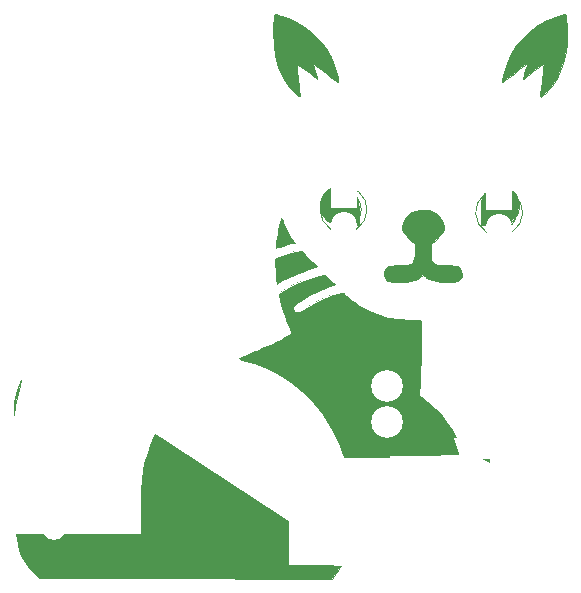
<source format=gbr>
G04 #@! TF.FileFunction,Legend,Top*
%FSLAX46Y46*%
G04 Gerber Fmt 4.6, Leading zero omitted, Abs format (unit mm)*
G04 Created by KiCad (PCBNEW 4.0.7) date 09/18/18 19:10:44*
%MOMM*%
%LPD*%
G01*
G04 APERTURE LIST*
%ADD10C,0.100000*%
%ADD11C,0.010000*%
%ADD12C,0.120000*%
%ADD13C,2.686000*%
%ADD14R,2.200000X2.200000*%
%ADD15C,2.200000*%
%ADD16C,2.000000*%
%ADD17O,2.000000X2.000000*%
%ADD18R,1.797000X1.797000*%
%ADD19C,1.797000*%
G04 APERTURE END LIST*
D10*
D11*
G36*
X130093250Y-129412116D02*
X130110069Y-131300308D01*
X130126889Y-133188500D01*
X132348444Y-133188500D01*
X132865310Y-133189760D01*
X133339581Y-133193344D01*
X133756884Y-133198954D01*
X134102846Y-133206295D01*
X134363095Y-133215069D01*
X134523258Y-133224981D01*
X134570000Y-133234325D01*
X134536171Y-133302936D01*
X134445011Y-133451066D01*
X134312004Y-133654183D01*
X134209243Y-133805825D01*
X133848487Y-134331500D01*
X129399118Y-134315873D01*
X128734932Y-134313643D01*
X127958192Y-134311216D01*
X127083343Y-134308629D01*
X126124830Y-134305918D01*
X125097100Y-134303121D01*
X124014598Y-134300275D01*
X122891770Y-134297418D01*
X121743060Y-134294586D01*
X120582915Y-134291818D01*
X119425780Y-134289150D01*
X118286100Y-134286619D01*
X117178321Y-134284263D01*
X116990979Y-134283876D01*
X109032209Y-134267506D01*
X108479972Y-133712128D01*
X108190728Y-133407917D01*
X107976116Y-133146654D01*
X107810059Y-132893918D01*
X107695721Y-132676958D01*
X107464471Y-132111566D01*
X107282039Y-131490606D01*
X107168432Y-130882197D01*
X107168313Y-130881238D01*
X107123366Y-130521500D01*
X117679000Y-130521500D01*
X117680163Y-128441875D01*
X117683080Y-127730129D01*
X117691914Y-127126270D01*
X117708086Y-126611263D01*
X117733017Y-126166074D01*
X117768126Y-125771669D01*
X117814835Y-125409013D01*
X117874564Y-125059073D01*
X117948734Y-124702815D01*
X117964364Y-124633767D01*
X118050206Y-124301856D01*
X118169266Y-123899303D01*
X118308208Y-123466501D01*
X118453695Y-123043843D01*
X118592391Y-122671720D01*
X118689415Y-122437736D01*
X118853750Y-122069222D01*
X130093250Y-129412116D01*
X130093250Y-129412116D01*
G37*
X130093250Y-129412116D02*
X130110069Y-131300308D01*
X130126889Y-133188500D01*
X132348444Y-133188500D01*
X132865310Y-133189760D01*
X133339581Y-133193344D01*
X133756884Y-133198954D01*
X134102846Y-133206295D01*
X134363095Y-133215069D01*
X134523258Y-133224981D01*
X134570000Y-133234325D01*
X134536171Y-133302936D01*
X134445011Y-133451066D01*
X134312004Y-133654183D01*
X134209243Y-133805825D01*
X133848487Y-134331500D01*
X129399118Y-134315873D01*
X128734932Y-134313643D01*
X127958192Y-134311216D01*
X127083343Y-134308629D01*
X126124830Y-134305918D01*
X125097100Y-134303121D01*
X124014598Y-134300275D01*
X122891770Y-134297418D01*
X121743060Y-134294586D01*
X120582915Y-134291818D01*
X119425780Y-134289150D01*
X118286100Y-134286619D01*
X117178321Y-134284263D01*
X116990979Y-134283876D01*
X109032209Y-134267506D01*
X108479972Y-133712128D01*
X108190728Y-133407917D01*
X107976116Y-133146654D01*
X107810059Y-132893918D01*
X107695721Y-132676958D01*
X107464471Y-132111566D01*
X107282039Y-131490606D01*
X107168432Y-130882197D01*
X107168313Y-130881238D01*
X107123366Y-130521500D01*
X117679000Y-130521500D01*
X117680163Y-128441875D01*
X117683080Y-127730129D01*
X117691914Y-127126270D01*
X117708086Y-126611263D01*
X117733017Y-126166074D01*
X117768126Y-125771669D01*
X117814835Y-125409013D01*
X117874564Y-125059073D01*
X117948734Y-124702815D01*
X117964364Y-124633767D01*
X118050206Y-124301856D01*
X118169266Y-123899303D01*
X118308208Y-123466501D01*
X118453695Y-123043843D01*
X118592391Y-122671720D01*
X118689415Y-122437736D01*
X118853750Y-122069222D01*
X130093250Y-129412116D01*
G36*
X129587626Y-103844026D02*
X129655158Y-103987485D01*
X129735248Y-104185806D01*
X129988670Y-104756038D01*
X130319909Y-105350020D01*
X130701889Y-105919906D01*
X130763198Y-106002083D01*
X130884555Y-106147356D01*
X131085586Y-106369960D01*
X131355221Y-106658376D01*
X131682392Y-107001084D01*
X132056029Y-107386561D01*
X132465064Y-107803289D01*
X132898428Y-108239746D01*
X133247008Y-108587248D01*
X133790210Y-109124415D01*
X134253707Y-109578357D01*
X134646154Y-109957069D01*
X134976207Y-110268546D01*
X135252522Y-110520783D01*
X135483755Y-110721775D01*
X135678562Y-110879517D01*
X135845600Y-111002005D01*
X135903500Y-111040909D01*
X136779823Y-111551271D01*
X137668732Y-111940166D01*
X138585607Y-112212163D01*
X139545826Y-112371832D01*
X140556867Y-112423744D01*
X140896148Y-112425778D01*
X141129424Y-112433413D01*
X141277658Y-112449326D01*
X141361814Y-112476195D01*
X141402852Y-112516696D01*
X141410206Y-112532722D01*
X141416490Y-112616114D01*
X141418330Y-112810711D01*
X141416176Y-113100810D01*
X141410478Y-113470710D01*
X141401686Y-113904709D01*
X141390251Y-114387105D01*
X141376622Y-114902196D01*
X141361249Y-115434282D01*
X141344584Y-115967659D01*
X141327075Y-116486628D01*
X141309172Y-116975485D01*
X141291327Y-117418529D01*
X141273988Y-117800059D01*
X141257607Y-118104373D01*
X141245367Y-118283251D01*
X141205744Y-118776752D01*
X141745497Y-119180034D01*
X142424995Y-119751225D01*
X143055304Y-120405788D01*
X143612469Y-121115523D01*
X144072535Y-121852232D01*
X144165059Y-122028375D01*
X144413917Y-122520500D01*
X147143000Y-122520500D01*
X147143000Y-123504750D01*
X147142034Y-123841629D01*
X147139371Y-124128274D01*
X147135356Y-124343223D01*
X147130338Y-124465013D01*
X147127125Y-124484514D01*
X147065177Y-124458500D01*
X146924854Y-124397151D01*
X146825500Y-124353216D01*
X146706504Y-124301015D01*
X146593829Y-124255095D01*
X146478908Y-124215052D01*
X146353180Y-124180481D01*
X146208080Y-124150976D01*
X146035045Y-124126133D01*
X145825511Y-124105546D01*
X145570914Y-124088809D01*
X145262692Y-124075519D01*
X144892279Y-124065269D01*
X144451114Y-124057655D01*
X143930631Y-124052271D01*
X143322267Y-124048712D01*
X142617460Y-124046574D01*
X141807644Y-124045450D01*
X140884257Y-124044936D01*
X140305842Y-124044761D01*
X134833934Y-124043237D01*
X134692877Y-123615243D01*
X134501110Y-123095159D01*
X134255804Y-122523224D01*
X133979728Y-121949108D01*
X133695649Y-121422478D01*
X133658274Y-121358320D01*
X132980679Y-120329728D01*
X132209037Y-119382277D01*
X131350705Y-118521656D01*
X130413039Y-117753554D01*
X129403398Y-117083663D01*
X128329138Y-116517671D01*
X127197617Y-116061269D01*
X126543997Y-115856322D01*
X126262193Y-115774712D01*
X126088145Y-115717235D01*
X126006655Y-115676230D01*
X126002524Y-115644034D01*
X126060553Y-115612985D01*
X126061000Y-115612809D01*
X126165844Y-115569964D01*
X126367602Y-115486026D01*
X126646227Y-115369389D01*
X126981671Y-115228452D01*
X127353889Y-115071611D01*
X127458000Y-115027666D01*
X128118048Y-114744853D01*
X128673054Y-114497618D01*
X129137615Y-114278926D01*
X129526325Y-114081744D01*
X129853780Y-113899035D01*
X130052355Y-113777271D01*
X130202208Y-113679899D01*
X130300532Y-113597182D01*
X130347639Y-113506392D01*
X130343844Y-113384801D01*
X130289461Y-113209679D01*
X130184804Y-112958299D01*
X130067351Y-112692125D01*
X129825481Y-112085265D01*
X129597206Y-111399588D01*
X129397137Y-110683272D01*
X129239888Y-109984497D01*
X129229227Y-109928842D01*
X129157463Y-109445440D01*
X129103654Y-108871042D01*
X129068623Y-108240492D01*
X129053192Y-107588634D01*
X129058185Y-106950310D01*
X129084424Y-106360365D01*
X129132732Y-105853641D01*
X129132952Y-105851974D01*
X129182549Y-105506769D01*
X129241717Y-105143705D01*
X129306121Y-104784325D01*
X129371424Y-104450174D01*
X129433288Y-104162794D01*
X129487378Y-103943729D01*
X129529358Y-103814523D01*
X129548224Y-103788931D01*
X129587626Y-103844026D01*
X129587626Y-103844026D01*
G37*
X129587626Y-103844026D02*
X129655158Y-103987485D01*
X129735248Y-104185806D01*
X129988670Y-104756038D01*
X130319909Y-105350020D01*
X130701889Y-105919906D01*
X130763198Y-106002083D01*
X130884555Y-106147356D01*
X131085586Y-106369960D01*
X131355221Y-106658376D01*
X131682392Y-107001084D01*
X132056029Y-107386561D01*
X132465064Y-107803289D01*
X132898428Y-108239746D01*
X133247008Y-108587248D01*
X133790210Y-109124415D01*
X134253707Y-109578357D01*
X134646154Y-109957069D01*
X134976207Y-110268546D01*
X135252522Y-110520783D01*
X135483755Y-110721775D01*
X135678562Y-110879517D01*
X135845600Y-111002005D01*
X135903500Y-111040909D01*
X136779823Y-111551271D01*
X137668732Y-111940166D01*
X138585607Y-112212163D01*
X139545826Y-112371832D01*
X140556867Y-112423744D01*
X140896148Y-112425778D01*
X141129424Y-112433413D01*
X141277658Y-112449326D01*
X141361814Y-112476195D01*
X141402852Y-112516696D01*
X141410206Y-112532722D01*
X141416490Y-112616114D01*
X141418330Y-112810711D01*
X141416176Y-113100810D01*
X141410478Y-113470710D01*
X141401686Y-113904709D01*
X141390251Y-114387105D01*
X141376622Y-114902196D01*
X141361249Y-115434282D01*
X141344584Y-115967659D01*
X141327075Y-116486628D01*
X141309172Y-116975485D01*
X141291327Y-117418529D01*
X141273988Y-117800059D01*
X141257607Y-118104373D01*
X141245367Y-118283251D01*
X141205744Y-118776752D01*
X141745497Y-119180034D01*
X142424995Y-119751225D01*
X143055304Y-120405788D01*
X143612469Y-121115523D01*
X144072535Y-121852232D01*
X144165059Y-122028375D01*
X144413917Y-122520500D01*
X147143000Y-122520500D01*
X147143000Y-123504750D01*
X147142034Y-123841629D01*
X147139371Y-124128274D01*
X147135356Y-124343223D01*
X147130338Y-124465013D01*
X147127125Y-124484514D01*
X147065177Y-124458500D01*
X146924854Y-124397151D01*
X146825500Y-124353216D01*
X146706504Y-124301015D01*
X146593829Y-124255095D01*
X146478908Y-124215052D01*
X146353180Y-124180481D01*
X146208080Y-124150976D01*
X146035045Y-124126133D01*
X145825511Y-124105546D01*
X145570914Y-124088809D01*
X145262692Y-124075519D01*
X144892279Y-124065269D01*
X144451114Y-124057655D01*
X143930631Y-124052271D01*
X143322267Y-124048712D01*
X142617460Y-124046574D01*
X141807644Y-124045450D01*
X140884257Y-124044936D01*
X140305842Y-124044761D01*
X134833934Y-124043237D01*
X134692877Y-123615243D01*
X134501110Y-123095159D01*
X134255804Y-122523224D01*
X133979728Y-121949108D01*
X133695649Y-121422478D01*
X133658274Y-121358320D01*
X132980679Y-120329728D01*
X132209037Y-119382277D01*
X131350705Y-118521656D01*
X130413039Y-117753554D01*
X129403398Y-117083663D01*
X128329138Y-116517671D01*
X127197617Y-116061269D01*
X126543997Y-115856322D01*
X126262193Y-115774712D01*
X126088145Y-115717235D01*
X126006655Y-115676230D01*
X126002524Y-115644034D01*
X126060553Y-115612985D01*
X126061000Y-115612809D01*
X126165844Y-115569964D01*
X126367602Y-115486026D01*
X126646227Y-115369389D01*
X126981671Y-115228452D01*
X127353889Y-115071611D01*
X127458000Y-115027666D01*
X128118048Y-114744853D01*
X128673054Y-114497618D01*
X129137615Y-114278926D01*
X129526325Y-114081744D01*
X129853780Y-113899035D01*
X130052355Y-113777271D01*
X130202208Y-113679899D01*
X130300532Y-113597182D01*
X130347639Y-113506392D01*
X130343844Y-113384801D01*
X130289461Y-113209679D01*
X130184804Y-112958299D01*
X130067351Y-112692125D01*
X129825481Y-112085265D01*
X129597206Y-111399588D01*
X129397137Y-110683272D01*
X129239888Y-109984497D01*
X129229227Y-109928842D01*
X129157463Y-109445440D01*
X129103654Y-108871042D01*
X129068623Y-108240492D01*
X129053192Y-107588634D01*
X129058185Y-106950310D01*
X129084424Y-106360365D01*
X129132732Y-105853641D01*
X129132952Y-105851974D01*
X129182549Y-105506769D01*
X129241717Y-105143705D01*
X129306121Y-104784325D01*
X129371424Y-104450174D01*
X129433288Y-104162794D01*
X129487378Y-103943729D01*
X129529358Y-103814523D01*
X129548224Y-103788931D01*
X129587626Y-103844026D01*
G36*
X107487223Y-117515493D02*
X107479794Y-117581144D01*
X107444999Y-117744055D01*
X107388615Y-117978886D01*
X107324330Y-118230227D01*
X107167488Y-118910293D01*
X107027525Y-119683990D01*
X106922000Y-120425000D01*
X106913096Y-120454218D01*
X106909082Y-120372318D01*
X106910113Y-120195091D01*
X106916345Y-119938329D01*
X106917005Y-119917000D01*
X106947426Y-119436601D01*
X107004412Y-118998028D01*
X107064817Y-118710500D01*
X107137333Y-118452758D01*
X107221014Y-118183883D01*
X107306721Y-117929738D01*
X107385311Y-117716184D01*
X107447642Y-117569083D01*
X107484574Y-117514297D01*
X107487223Y-117515493D01*
X107487223Y-117515493D01*
G37*
X107487223Y-117515493D02*
X107479794Y-117581144D01*
X107444999Y-117744055D01*
X107388615Y-117978886D01*
X107324330Y-118230227D01*
X107167488Y-118910293D01*
X107027525Y-119683990D01*
X106922000Y-120425000D01*
X106913096Y-120454218D01*
X106909082Y-120372318D01*
X106910113Y-120195091D01*
X106916345Y-119938329D01*
X106917005Y-119917000D01*
X106947426Y-119436601D01*
X107004412Y-118998028D01*
X107064817Y-118710500D01*
X107137333Y-118452758D01*
X107221014Y-118183883D01*
X107306721Y-117929738D01*
X107385311Y-117716184D01*
X107447642Y-117569083D01*
X107484574Y-117514297D01*
X107487223Y-117515493D01*
G36*
X141820287Y-103125952D02*
X142030843Y-103145493D01*
X142204268Y-103189245D01*
X142385421Y-103266251D01*
X142480239Y-103313561D01*
X142726357Y-103457841D01*
X142900823Y-103616532D01*
X143054753Y-103836551D01*
X143060546Y-103846187D01*
X143236201Y-104209176D01*
X143312079Y-104537865D01*
X143285531Y-104817301D01*
X143248407Y-104906761D01*
X143161402Y-105030750D01*
X143007853Y-105211926D01*
X142813749Y-105420488D01*
X142702701Y-105532546D01*
X142253500Y-105975343D01*
X142253500Y-107339766D01*
X142477866Y-107564133D01*
X142702233Y-107788500D01*
X143414491Y-107788854D01*
X143860850Y-107798601D01*
X144198461Y-107829523D01*
X144444308Y-107884891D01*
X144615375Y-107967981D01*
X144691445Y-108034980D01*
X144798106Y-108232269D01*
X144842048Y-108486175D01*
X144815688Y-108738906D01*
X144792694Y-108806445D01*
X144715389Y-108948294D01*
X144605890Y-109050792D01*
X144444660Y-109119843D01*
X144212160Y-109161350D01*
X143888853Y-109181216D01*
X143538178Y-109185500D01*
X143054814Y-109175018D01*
X142669585Y-109139612D01*
X142355054Y-109073340D01*
X142083784Y-108970262D01*
X141828336Y-108824436D01*
X141807902Y-108810839D01*
X141531678Y-108625325D01*
X141327728Y-108780884D01*
X141080943Y-108939963D01*
X140804870Y-109054614D01*
X140475867Y-109130185D01*
X140070290Y-109172023D01*
X139564495Y-109185476D01*
X139538715Y-109185500D01*
X139161714Y-109182375D01*
X138890654Y-109171643D01*
X138704600Y-109151265D01*
X138582616Y-109119204D01*
X138520766Y-109086395D01*
X138329963Y-108887927D01*
X138229347Y-108643651D01*
X138222993Y-108387428D01*
X138314977Y-108153121D01*
X138396847Y-108056885D01*
X138540348Y-107945249D01*
X138708546Y-107868207D01*
X138926902Y-107820145D01*
X139220873Y-107795447D01*
X139613820Y-107788500D01*
X139933811Y-107786045D01*
X140154645Y-107775824D01*
X140304118Y-107753550D01*
X140410027Y-107714935D01*
X140500166Y-107655693D01*
X140506381Y-107650838D01*
X140668891Y-107481939D01*
X140776444Y-107262366D01*
X140836474Y-106968627D01*
X140856413Y-106577228D01*
X140856500Y-106544112D01*
X140856500Y-105994146D01*
X140316750Y-105442566D01*
X140086405Y-105203547D01*
X139932342Y-105030735D01*
X139839551Y-104902046D01*
X139793020Y-104795397D01*
X139777742Y-104688707D01*
X139777000Y-104648485D01*
X139837518Y-104223272D01*
X140011065Y-103839244D01*
X140285631Y-103515359D01*
X140649206Y-103270575D01*
X140650294Y-103270040D01*
X140830118Y-103193803D01*
X141014917Y-103148395D01*
X141246726Y-103126704D01*
X141527739Y-103121583D01*
X141820287Y-103125952D01*
X141820287Y-103125952D01*
G37*
X141820287Y-103125952D02*
X142030843Y-103145493D01*
X142204268Y-103189245D01*
X142385421Y-103266251D01*
X142480239Y-103313561D01*
X142726357Y-103457841D01*
X142900823Y-103616532D01*
X143054753Y-103836551D01*
X143060546Y-103846187D01*
X143236201Y-104209176D01*
X143312079Y-104537865D01*
X143285531Y-104817301D01*
X143248407Y-104906761D01*
X143161402Y-105030750D01*
X143007853Y-105211926D01*
X142813749Y-105420488D01*
X142702701Y-105532546D01*
X142253500Y-105975343D01*
X142253500Y-107339766D01*
X142477866Y-107564133D01*
X142702233Y-107788500D01*
X143414491Y-107788854D01*
X143860850Y-107798601D01*
X144198461Y-107829523D01*
X144444308Y-107884891D01*
X144615375Y-107967981D01*
X144691445Y-108034980D01*
X144798106Y-108232269D01*
X144842048Y-108486175D01*
X144815688Y-108738906D01*
X144792694Y-108806445D01*
X144715389Y-108948294D01*
X144605890Y-109050792D01*
X144444660Y-109119843D01*
X144212160Y-109161350D01*
X143888853Y-109181216D01*
X143538178Y-109185500D01*
X143054814Y-109175018D01*
X142669585Y-109139612D01*
X142355054Y-109073340D01*
X142083784Y-108970262D01*
X141828336Y-108824436D01*
X141807902Y-108810839D01*
X141531678Y-108625325D01*
X141327728Y-108780884D01*
X141080943Y-108939963D01*
X140804870Y-109054614D01*
X140475867Y-109130185D01*
X140070290Y-109172023D01*
X139564495Y-109185476D01*
X139538715Y-109185500D01*
X139161714Y-109182375D01*
X138890654Y-109171643D01*
X138704600Y-109151265D01*
X138582616Y-109119204D01*
X138520766Y-109086395D01*
X138329963Y-108887927D01*
X138229347Y-108643651D01*
X138222993Y-108387428D01*
X138314977Y-108153121D01*
X138396847Y-108056885D01*
X138540348Y-107945249D01*
X138708546Y-107868207D01*
X138926902Y-107820145D01*
X139220873Y-107795447D01*
X139613820Y-107788500D01*
X139933811Y-107786045D01*
X140154645Y-107775824D01*
X140304118Y-107753550D01*
X140410027Y-107714935D01*
X140500166Y-107655693D01*
X140506381Y-107650838D01*
X140668891Y-107481939D01*
X140776444Y-107262366D01*
X140836474Y-106968627D01*
X140856413Y-106577228D01*
X140856500Y-106544112D01*
X140856500Y-105994146D01*
X140316750Y-105442566D01*
X140086405Y-105203547D01*
X139932342Y-105030735D01*
X139839551Y-104902046D01*
X139793020Y-104795397D01*
X139777742Y-104688707D01*
X139777000Y-104648485D01*
X139837518Y-104223272D01*
X140011065Y-103839244D01*
X140285631Y-103515359D01*
X140649206Y-103270575D01*
X140650294Y-103270040D01*
X140830118Y-103193803D01*
X141014917Y-103148395D01*
X141246726Y-103126704D01*
X141527739Y-103121583D01*
X141820287Y-103125952D01*
G36*
X134811124Y-101111282D02*
X135202003Y-101257433D01*
X135549188Y-101507855D01*
X135647735Y-101610316D01*
X135807599Y-101814807D01*
X135925728Y-102028899D01*
X136007779Y-102275906D01*
X136059404Y-102579142D01*
X136086259Y-102961921D01*
X136093999Y-103447558D01*
X136094000Y-103450275D01*
X136094000Y-104359500D01*
X135125625Y-104356529D01*
X134725163Y-104352568D01*
X134425851Y-104341828D01*
X134201912Y-104321795D01*
X134027567Y-104289954D01*
X133877039Y-104243790D01*
X133844907Y-104231598D01*
X133458187Y-104018848D01*
X133156219Y-103727913D01*
X132943451Y-103378857D01*
X132824333Y-102991740D01*
X132803312Y-102586626D01*
X132884839Y-102183576D01*
X133073361Y-101802652D01*
X133255967Y-101575810D01*
X133598972Y-101301666D01*
X133987343Y-101133077D01*
X134398816Y-101069723D01*
X134811124Y-101111282D01*
X134811124Y-101111282D01*
G37*
X134811124Y-101111282D02*
X135202003Y-101257433D01*
X135549188Y-101507855D01*
X135647735Y-101610316D01*
X135807599Y-101814807D01*
X135925728Y-102028899D01*
X136007779Y-102275906D01*
X136059404Y-102579142D01*
X136086259Y-102961921D01*
X136093999Y-103447558D01*
X136094000Y-103450275D01*
X136094000Y-104359500D01*
X135125625Y-104356529D01*
X134725163Y-104352568D01*
X134425851Y-104341828D01*
X134201912Y-104321795D01*
X134027567Y-104289954D01*
X133877039Y-104243790D01*
X133844907Y-104231598D01*
X133458187Y-104018848D01*
X133156219Y-103727913D01*
X132943451Y-103378857D01*
X132824333Y-102991740D01*
X132803312Y-102586626D01*
X132884839Y-102183576D01*
X133073361Y-101802652D01*
X133255967Y-101575810D01*
X133598972Y-101301666D01*
X133987343Y-101133077D01*
X134398816Y-101069723D01*
X134811124Y-101111282D01*
G36*
X148297146Y-101079629D02*
X148678439Y-101181731D01*
X149028541Y-101376317D01*
X149327870Y-101663273D01*
X149526563Y-101977294D01*
X149667738Y-102398575D01*
X149692911Y-102823370D01*
X149610803Y-103232231D01*
X149430135Y-103605708D01*
X149159630Y-103924351D01*
X148808006Y-104168714D01*
X148487759Y-104293935D01*
X148338955Y-104317721D01*
X148094119Y-104337641D01*
X147784202Y-104351923D01*
X147440153Y-104358792D01*
X147349375Y-104359145D01*
X146444500Y-104359500D01*
X146444500Y-103324217D01*
X146445533Y-102935176D01*
X146450589Y-102648690D01*
X146462603Y-102440318D01*
X146484507Y-102285619D01*
X146519238Y-102160154D01*
X146569728Y-102039482D01*
X146608240Y-101960351D01*
X146851737Y-101598329D01*
X147161959Y-101329360D01*
X147519324Y-101153330D01*
X147904247Y-101070124D01*
X148297146Y-101079629D01*
X148297146Y-101079629D01*
G37*
X148297146Y-101079629D02*
X148678439Y-101181731D01*
X149028541Y-101376317D01*
X149327870Y-101663273D01*
X149526563Y-101977294D01*
X149667738Y-102398575D01*
X149692911Y-102823370D01*
X149610803Y-103232231D01*
X149430135Y-103605708D01*
X149159630Y-103924351D01*
X148808006Y-104168714D01*
X148487759Y-104293935D01*
X148338955Y-104317721D01*
X148094119Y-104337641D01*
X147784202Y-104351923D01*
X147440153Y-104358792D01*
X147349375Y-104359145D01*
X146444500Y-104359500D01*
X146444500Y-103324217D01*
X146445533Y-102935176D01*
X146450589Y-102648690D01*
X146462603Y-102440318D01*
X146484507Y-102285619D01*
X146519238Y-102160154D01*
X146569728Y-102039482D01*
X146608240Y-101960351D01*
X146851737Y-101598329D01*
X147161959Y-101329360D01*
X147519324Y-101153330D01*
X147904247Y-101070124D01*
X148297146Y-101079629D01*
G36*
X129269042Y-86568619D02*
X129520926Y-86644246D01*
X129822128Y-86750546D01*
X130150580Y-86880151D01*
X130484216Y-87025698D01*
X130545535Y-87054155D01*
X131369159Y-87506043D01*
X132104802Y-88046340D01*
X132748253Y-88670494D01*
X133295301Y-89373951D01*
X133741737Y-90152155D01*
X134018194Y-90810314D01*
X134096951Y-91051120D01*
X134175749Y-91328114D01*
X134248151Y-91613304D01*
X134307715Y-91878700D01*
X134348005Y-92096312D01*
X134362579Y-92238147D01*
X134355418Y-92276248D01*
X134298949Y-92247975D01*
X134157670Y-92152579D01*
X133946867Y-92001103D01*
X133681828Y-91804587D01*
X133377840Y-91574073D01*
X133292336Y-91508413D01*
X132980941Y-91270388D01*
X132705045Y-91062789D01*
X132479821Y-90896761D01*
X132320442Y-90783451D01*
X132242081Y-90734005D01*
X132236804Y-90733028D01*
X132246121Y-90798312D01*
X132287979Y-90957792D01*
X132355076Y-91185079D01*
X132413442Y-91371307D01*
X132493868Y-91630541D01*
X132554103Y-91840609D01*
X132586866Y-91975092D01*
X132589525Y-92010141D01*
X132535098Y-91980189D01*
X132397849Y-91883636D01*
X132194456Y-91732800D01*
X131941595Y-91540003D01*
X131719114Y-91367135D01*
X131438925Y-91150158D01*
X131194834Y-90965738D01*
X131003574Y-90826144D01*
X130881878Y-90743646D01*
X130845963Y-90726870D01*
X130845854Y-90793180D01*
X130858032Y-90962788D01*
X130880124Y-91212841D01*
X130909754Y-91520487D01*
X130944550Y-91862873D01*
X130982137Y-92217145D01*
X131020142Y-92560452D01*
X131056191Y-92869940D01*
X131087910Y-93122756D01*
X131112689Y-93294625D01*
X131122491Y-93428943D01*
X131089630Y-93486491D01*
X131005525Y-93463027D01*
X130861594Y-93354310D01*
X130649256Y-93156098D01*
X130470356Y-92977125D01*
X130207842Y-92698541D01*
X130008387Y-92451777D01*
X129838594Y-92189750D01*
X129665064Y-91865378D01*
X129625796Y-91786500D01*
X129284450Y-90957043D01*
X129041575Y-90054897D01*
X128899277Y-89090097D01*
X128859104Y-88135250D01*
X128866802Y-87755776D01*
X128884041Y-87390328D01*
X128908741Y-87062217D01*
X128938823Y-86794755D01*
X128972207Y-86611254D01*
X129001495Y-86538837D01*
X129088542Y-86531027D01*
X129269042Y-86568619D01*
X129269042Y-86568619D01*
G37*
X129269042Y-86568619D02*
X129520926Y-86644246D01*
X129822128Y-86750546D01*
X130150580Y-86880151D01*
X130484216Y-87025698D01*
X130545535Y-87054155D01*
X131369159Y-87506043D01*
X132104802Y-88046340D01*
X132748253Y-88670494D01*
X133295301Y-89373951D01*
X133741737Y-90152155D01*
X134018194Y-90810314D01*
X134096951Y-91051120D01*
X134175749Y-91328114D01*
X134248151Y-91613304D01*
X134307715Y-91878700D01*
X134348005Y-92096312D01*
X134362579Y-92238147D01*
X134355418Y-92276248D01*
X134298949Y-92247975D01*
X134157670Y-92152579D01*
X133946867Y-92001103D01*
X133681828Y-91804587D01*
X133377840Y-91574073D01*
X133292336Y-91508413D01*
X132980941Y-91270388D01*
X132705045Y-91062789D01*
X132479821Y-90896761D01*
X132320442Y-90783451D01*
X132242081Y-90734005D01*
X132236804Y-90733028D01*
X132246121Y-90798312D01*
X132287979Y-90957792D01*
X132355076Y-91185079D01*
X132413442Y-91371307D01*
X132493868Y-91630541D01*
X132554103Y-91840609D01*
X132586866Y-91975092D01*
X132589525Y-92010141D01*
X132535098Y-91980189D01*
X132397849Y-91883636D01*
X132194456Y-91732800D01*
X131941595Y-91540003D01*
X131719114Y-91367135D01*
X131438925Y-91150158D01*
X131194834Y-90965738D01*
X131003574Y-90826144D01*
X130881878Y-90743646D01*
X130845963Y-90726870D01*
X130845854Y-90793180D01*
X130858032Y-90962788D01*
X130880124Y-91212841D01*
X130909754Y-91520487D01*
X130944550Y-91862873D01*
X130982137Y-92217145D01*
X131020142Y-92560452D01*
X131056191Y-92869940D01*
X131087910Y-93122756D01*
X131112689Y-93294625D01*
X131122491Y-93428943D01*
X131089630Y-93486491D01*
X131005525Y-93463027D01*
X130861594Y-93354310D01*
X130649256Y-93156098D01*
X130470356Y-92977125D01*
X130207842Y-92698541D01*
X130008387Y-92451777D01*
X129838594Y-92189750D01*
X129665064Y-91865378D01*
X129625796Y-91786500D01*
X129284450Y-90957043D01*
X129041575Y-90054897D01*
X128899277Y-89090097D01*
X128859104Y-88135250D01*
X128866802Y-87755776D01*
X128884041Y-87390328D01*
X128908741Y-87062217D01*
X128938823Y-86794755D01*
X128972207Y-86611254D01*
X129001495Y-86538837D01*
X129088542Y-86531027D01*
X129269042Y-86568619D01*
G36*
X153595002Y-86533336D02*
X153625720Y-86621863D01*
X153657299Y-86810872D01*
X153687262Y-87073886D01*
X153713135Y-87384432D01*
X153732440Y-87716034D01*
X153742701Y-88042216D01*
X153743576Y-88121877D01*
X153699038Y-89111797D01*
X153555384Y-90060406D01*
X153316046Y-90951264D01*
X152984459Y-91767932D01*
X152980141Y-91776791D01*
X152809032Y-92109802D01*
X152648623Y-92372468D01*
X152466554Y-92610315D01*
X152230468Y-92868868D01*
X152132809Y-92968907D01*
X151920569Y-93177711D01*
X151735576Y-93348026D01*
X151598286Y-93461780D01*
X151530536Y-93501000D01*
X151483768Y-93455190D01*
X151481247Y-93308346D01*
X151490339Y-93231125D01*
X151523576Y-92974835D01*
X151561202Y-92660963D01*
X151600895Y-92311836D01*
X151640333Y-91949778D01*
X151677195Y-91597115D01*
X151709157Y-91276173D01*
X151733899Y-91009277D01*
X151749099Y-90818752D01*
X151752434Y-90726924D01*
X151751282Y-90722116D01*
X151696463Y-90751686D01*
X151558937Y-90847994D01*
X151355398Y-90998727D01*
X151102540Y-91191574D01*
X150880307Y-91364490D01*
X150600561Y-91581899D01*
X150357252Y-91767097D01*
X150167027Y-91907727D01*
X150046533Y-91991435D01*
X150011626Y-92009225D01*
X150020602Y-91943995D01*
X150061153Y-91784159D01*
X150126221Y-91556091D01*
X150183673Y-91366423D01*
X150262112Y-91106097D01*
X150321457Y-90895539D01*
X150354556Y-90761005D01*
X150358168Y-90726002D01*
X150304884Y-90757443D01*
X150166498Y-90855689D01*
X149958131Y-91009537D01*
X149694903Y-91207789D01*
X149391934Y-91439244D01*
X149306379Y-91505129D01*
X148994974Y-91743211D01*
X148718646Y-91950424D01*
X148492630Y-92115677D01*
X148332163Y-92227875D01*
X148252483Y-92275926D01*
X148246829Y-92276496D01*
X148245730Y-92206307D01*
X148266487Y-92044353D01*
X148304762Y-91823140D01*
X148313008Y-91780405D01*
X148548720Y-90895997D01*
X148895503Y-90069566D01*
X149348482Y-89307268D01*
X149902781Y-88615258D01*
X150553526Y-87999690D01*
X151295841Y-87466720D01*
X152056464Y-87054155D01*
X152375440Y-86912270D01*
X152698798Y-86781721D01*
X153003810Y-86670202D01*
X153267747Y-86585405D01*
X153467882Y-86535026D01*
X153581487Y-86526757D01*
X153595002Y-86533336D01*
X153595002Y-86533336D01*
G37*
X153595002Y-86533336D02*
X153625720Y-86621863D01*
X153657299Y-86810872D01*
X153687262Y-87073886D01*
X153713135Y-87384432D01*
X153732440Y-87716034D01*
X153742701Y-88042216D01*
X153743576Y-88121877D01*
X153699038Y-89111797D01*
X153555384Y-90060406D01*
X153316046Y-90951264D01*
X152984459Y-91767932D01*
X152980141Y-91776791D01*
X152809032Y-92109802D01*
X152648623Y-92372468D01*
X152466554Y-92610315D01*
X152230468Y-92868868D01*
X152132809Y-92968907D01*
X151920569Y-93177711D01*
X151735576Y-93348026D01*
X151598286Y-93461780D01*
X151530536Y-93501000D01*
X151483768Y-93455190D01*
X151481247Y-93308346D01*
X151490339Y-93231125D01*
X151523576Y-92974835D01*
X151561202Y-92660963D01*
X151600895Y-92311836D01*
X151640333Y-91949778D01*
X151677195Y-91597115D01*
X151709157Y-91276173D01*
X151733899Y-91009277D01*
X151749099Y-90818752D01*
X151752434Y-90726924D01*
X151751282Y-90722116D01*
X151696463Y-90751686D01*
X151558937Y-90847994D01*
X151355398Y-90998727D01*
X151102540Y-91191574D01*
X150880307Y-91364490D01*
X150600561Y-91581899D01*
X150357252Y-91767097D01*
X150167027Y-91907727D01*
X150046533Y-91991435D01*
X150011626Y-92009225D01*
X150020602Y-91943995D01*
X150061153Y-91784159D01*
X150126221Y-91556091D01*
X150183673Y-91366423D01*
X150262112Y-91106097D01*
X150321457Y-90895539D01*
X150354556Y-90761005D01*
X150358168Y-90726002D01*
X150304884Y-90757443D01*
X150166498Y-90855689D01*
X149958131Y-91009537D01*
X149694903Y-91207789D01*
X149391934Y-91439244D01*
X149306379Y-91505129D01*
X148994974Y-91743211D01*
X148718646Y-91950424D01*
X148492630Y-92115677D01*
X148332163Y-92227875D01*
X148252483Y-92275926D01*
X148246829Y-92276496D01*
X148245730Y-92206307D01*
X148266487Y-92044353D01*
X148304762Y-91823140D01*
X148313008Y-91780405D01*
X148548720Y-90895997D01*
X148895503Y-90069566D01*
X149348482Y-89307268D01*
X149902781Y-88615258D01*
X150553526Y-87999690D01*
X151295841Y-87466720D01*
X152056464Y-87054155D01*
X152375440Y-86912270D01*
X152698798Y-86781721D01*
X153003810Y-86670202D01*
X153267747Y-86585405D01*
X153467882Y-86535026D01*
X153581487Y-86526757D01*
X153595002Y-86533336D01*
D12*
X135898608Y-104742335D02*
G75*
G03X136055516Y-101510000I-1078608J1672335D01*
G01*
X133741392Y-104742335D02*
G75*
G02X133584484Y-101510000I1078608J1672335D01*
G01*
X135899837Y-104111130D02*
G75*
G03X135900000Y-102029039I-1079837J1041130D01*
G01*
X133740163Y-104111130D02*
G75*
G02X133740000Y-102029039I1079837J1041130D01*
G01*
X136056000Y-101510000D02*
X135900000Y-101510000D01*
X133740000Y-101510000D02*
X133584000Y-101510000D01*
X149068608Y-104982335D02*
G75*
G03X149225516Y-101750000I-1078608J1672335D01*
G01*
X146911392Y-104982335D02*
G75*
G02X146754484Y-101750000I1078608J1672335D01*
G01*
X149069837Y-104351130D02*
G75*
G03X149070000Y-102269039I-1079837J1041130D01*
G01*
X146910163Y-104351130D02*
G75*
G02X146910000Y-102269039I1079837J1041130D01*
G01*
X149226000Y-101750000D02*
X149070000Y-101750000D01*
X146910000Y-101750000D02*
X146754000Y-101750000D01*
%LPC*%
D11*
G36*
X147402750Y-108986513D02*
X147862025Y-109033593D01*
X148358395Y-109103004D01*
X148874800Y-109192434D01*
X149394182Y-109299567D01*
X149899479Y-109422091D01*
X150373634Y-109557690D01*
X150702156Y-109667883D01*
X151089837Y-109820752D01*
X151502910Y-110005461D01*
X151923051Y-110211587D01*
X152331938Y-110428709D01*
X152711246Y-110646404D01*
X153042654Y-110854252D01*
X153307838Y-111041829D01*
X153488474Y-111198714D01*
X153558688Y-111292630D01*
X153590002Y-111436719D01*
X153529269Y-111585912D01*
X153519793Y-111600648D01*
X153397415Y-111721038D01*
X153237163Y-111751372D01*
X153025530Y-111689623D01*
X152749010Y-111533764D01*
X152655000Y-111470841D01*
X152097996Y-111126410D01*
X151448097Y-110788944D01*
X150739213Y-110472485D01*
X150005251Y-110191070D01*
X149280119Y-109958740D01*
X148597726Y-109789534D01*
X148591000Y-109788161D01*
X148269985Y-109733550D01*
X147878340Y-109682872D01*
X147472405Y-109642774D01*
X147199745Y-109624021D01*
X146853259Y-109602730D01*
X146610945Y-109578754D01*
X146449983Y-109548104D01*
X146347553Y-109506792D01*
X146294870Y-109465870D01*
X146190223Y-109305736D01*
X146210895Y-109153727D01*
X146277785Y-109067785D01*
X146418087Y-109002400D01*
X146663722Y-108968603D01*
X146997629Y-108964078D01*
X147402750Y-108986513D01*
X147402750Y-108986513D01*
G37*
X147402750Y-108986513D02*
X147862025Y-109033593D01*
X148358395Y-109103004D01*
X148874800Y-109192434D01*
X149394182Y-109299567D01*
X149899479Y-109422091D01*
X150373634Y-109557690D01*
X150702156Y-109667883D01*
X151089837Y-109820752D01*
X151502910Y-110005461D01*
X151923051Y-110211587D01*
X152331938Y-110428709D01*
X152711246Y-110646404D01*
X153042654Y-110854252D01*
X153307838Y-111041829D01*
X153488474Y-111198714D01*
X153558688Y-111292630D01*
X153590002Y-111436719D01*
X153529269Y-111585912D01*
X153519793Y-111600648D01*
X153397415Y-111721038D01*
X153237163Y-111751372D01*
X153025530Y-111689623D01*
X152749010Y-111533764D01*
X152655000Y-111470841D01*
X152097996Y-111126410D01*
X151448097Y-110788944D01*
X150739213Y-110472485D01*
X150005251Y-110191070D01*
X149280119Y-109958740D01*
X148597726Y-109789534D01*
X148591000Y-109788161D01*
X148269985Y-109733550D01*
X147878340Y-109682872D01*
X147472405Y-109642774D01*
X147199745Y-109624021D01*
X146853259Y-109602730D01*
X146610945Y-109578754D01*
X146449983Y-109548104D01*
X146347553Y-109506792D01*
X146294870Y-109465870D01*
X146190223Y-109305736D01*
X146210895Y-109153727D01*
X146277785Y-109067785D01*
X146418087Y-109002400D01*
X146663722Y-108968603D01*
X146997629Y-108964078D01*
X147402750Y-108986513D01*
G36*
X137413683Y-108979901D02*
X137657425Y-108992913D01*
X137804600Y-109013983D01*
X137885608Y-109054043D01*
X137930851Y-109124024D01*
X137949140Y-109172452D01*
X137975183Y-109329755D01*
X137909301Y-109455881D01*
X137901290Y-109464905D01*
X137835327Y-109517654D01*
X137733190Y-109555685D01*
X137571603Y-109583093D01*
X137327294Y-109603976D01*
X137016583Y-109620617D01*
X135985373Y-109723682D01*
X134939081Y-109933025D01*
X133905082Y-110239855D01*
X132910753Y-110635379D01*
X131983470Y-111110803D01*
X131555161Y-111374659D01*
X131244689Y-111563007D01*
X131011055Y-111666918D01*
X130839774Y-111690211D01*
X130716359Y-111636703D01*
X130684684Y-111604074D01*
X130624829Y-111469028D01*
X130666057Y-111319749D01*
X130814048Y-111147820D01*
X131074486Y-110944823D01*
X131176072Y-110876161D01*
X131946716Y-110417766D01*
X132782816Y-110009790D01*
X133661006Y-109659337D01*
X134557919Y-109373509D01*
X135450189Y-109159410D01*
X136314449Y-109024144D01*
X137127333Y-108974814D01*
X137413683Y-108979901D01*
X137413683Y-108979901D01*
G37*
X137413683Y-108979901D02*
X137657425Y-108992913D01*
X137804600Y-109013983D01*
X137885608Y-109054043D01*
X137930851Y-109124024D01*
X137949140Y-109172452D01*
X137975183Y-109329755D01*
X137909301Y-109455881D01*
X137901290Y-109464905D01*
X137835327Y-109517654D01*
X137733190Y-109555685D01*
X137571603Y-109583093D01*
X137327294Y-109603976D01*
X137016583Y-109620617D01*
X135985373Y-109723682D01*
X134939081Y-109933025D01*
X133905082Y-110239855D01*
X132910753Y-110635379D01*
X131983470Y-111110803D01*
X131555161Y-111374659D01*
X131244689Y-111563007D01*
X131011055Y-111666918D01*
X130839774Y-111690211D01*
X130716359Y-111636703D01*
X130684684Y-111604074D01*
X130624829Y-111469028D01*
X130666057Y-111319749D01*
X130814048Y-111147820D01*
X131074486Y-110944823D01*
X131176072Y-110876161D01*
X131946716Y-110417766D01*
X132782816Y-110009790D01*
X133661006Y-109659337D01*
X134557919Y-109373509D01*
X135450189Y-109159410D01*
X136314449Y-109024144D01*
X137127333Y-108974814D01*
X137413683Y-108979901D01*
G36*
X136419205Y-107621947D02*
X136470764Y-107626267D01*
X136874065Y-107662706D01*
X137168873Y-107694564D01*
X137373349Y-107726649D01*
X137505652Y-107763767D01*
X137583943Y-107810725D01*
X137626380Y-107872328D01*
X137647295Y-107937666D01*
X137662927Y-108115897D01*
X137593757Y-108227358D01*
X137427387Y-108281480D01*
X137185363Y-108288993D01*
X136376435Y-108267394D01*
X135680618Y-108259913D01*
X135084770Y-108266914D01*
X134575748Y-108288758D01*
X134140411Y-108325810D01*
X133765616Y-108378432D01*
X133732000Y-108384377D01*
X132712595Y-108614705D01*
X131716089Y-108930338D01*
X130768450Y-109321026D01*
X129895646Y-109776519D01*
X129382802Y-110101084D01*
X129144548Y-110260170D01*
X128941762Y-110388073D01*
X128798870Y-110469844D01*
X128744064Y-110492000D01*
X128641804Y-110457484D01*
X128563439Y-110409493D01*
X128464692Y-110272986D01*
X128478864Y-110101349D01*
X128601339Y-109907571D01*
X128808906Y-109718487D01*
X129216570Y-109441766D01*
X129719417Y-109149814D01*
X130289058Y-108856706D01*
X130897101Y-108576513D01*
X131515156Y-108323308D01*
X131922250Y-108175240D01*
X132756043Y-107934654D01*
X133663446Y-107754106D01*
X134603647Y-107638522D01*
X135535837Y-107592827D01*
X136419205Y-107621947D01*
X136419205Y-107621947D01*
G37*
X136419205Y-107621947D02*
X136470764Y-107626267D01*
X136874065Y-107662706D01*
X137168873Y-107694564D01*
X137373349Y-107726649D01*
X137505652Y-107763767D01*
X137583943Y-107810725D01*
X137626380Y-107872328D01*
X137647295Y-107937666D01*
X137662927Y-108115897D01*
X137593757Y-108227358D01*
X137427387Y-108281480D01*
X137185363Y-108288993D01*
X136376435Y-108267394D01*
X135680618Y-108259913D01*
X135084770Y-108266914D01*
X134575748Y-108288758D01*
X134140411Y-108325810D01*
X133765616Y-108378432D01*
X133732000Y-108384377D01*
X132712595Y-108614705D01*
X131716089Y-108930338D01*
X130768450Y-109321026D01*
X129895646Y-109776519D01*
X129382802Y-110101084D01*
X129144548Y-110260170D01*
X128941762Y-110388073D01*
X128798870Y-110469844D01*
X128744064Y-110492000D01*
X128641804Y-110457484D01*
X128563439Y-110409493D01*
X128464692Y-110272986D01*
X128478864Y-110101349D01*
X128601339Y-109907571D01*
X128808906Y-109718487D01*
X129216570Y-109441766D01*
X129719417Y-109149814D01*
X130289058Y-108856706D01*
X130897101Y-108576513D01*
X131515156Y-108323308D01*
X131922250Y-108175240D01*
X132756043Y-107934654D01*
X133663446Y-107754106D01*
X134603647Y-107638522D01*
X135535837Y-107592827D01*
X136419205Y-107621947D01*
G36*
X149898491Y-107660572D02*
X151024067Y-107835005D01*
X152124297Y-108108852D01*
X153176507Y-108477524D01*
X154158026Y-108936431D01*
X154179000Y-108947693D01*
X154462366Y-109106509D01*
X154762681Y-109285184D01*
X155057198Y-109468975D01*
X155323170Y-109643138D01*
X155537853Y-109792931D01*
X155678499Y-109903612D01*
X155717902Y-109945134D01*
X155764151Y-110114002D01*
X155728159Y-110299356D01*
X155666714Y-110392214D01*
X155550001Y-110469663D01*
X155407183Y-110478484D01*
X155218972Y-110413664D01*
X154966079Y-110270186D01*
X154814000Y-110170522D01*
X154102551Y-109737085D01*
X153307779Y-109333465D01*
X152472916Y-108978862D01*
X151641195Y-108692472D01*
X151226250Y-108577373D01*
X150421653Y-108397286D01*
X149677980Y-108282933D01*
X148949950Y-108230412D01*
X148192281Y-108235816D01*
X147653427Y-108269264D01*
X147243195Y-108299452D01*
X146942466Y-108312365D01*
X146734516Y-108304705D01*
X146602619Y-108273174D01*
X146530050Y-108214475D01*
X146500085Y-108125309D01*
X146495500Y-108040938D01*
X146517219Y-107925713D01*
X146592456Y-107835811D01*
X146736330Y-107765883D01*
X146963959Y-107710581D01*
X147290461Y-107664558D01*
X147661985Y-107628310D01*
X148770240Y-107590144D01*
X149898491Y-107660572D01*
X149898491Y-107660572D01*
G37*
X149898491Y-107660572D02*
X151024067Y-107835005D01*
X152124297Y-108108852D01*
X153176507Y-108477524D01*
X154158026Y-108936431D01*
X154179000Y-108947693D01*
X154462366Y-109106509D01*
X154762681Y-109285184D01*
X155057198Y-109468975D01*
X155323170Y-109643138D01*
X155537853Y-109792931D01*
X155678499Y-109903612D01*
X155717902Y-109945134D01*
X155764151Y-110114002D01*
X155728159Y-110299356D01*
X155666714Y-110392214D01*
X155550001Y-110469663D01*
X155407183Y-110478484D01*
X155218972Y-110413664D01*
X154966079Y-110270186D01*
X154814000Y-110170522D01*
X154102551Y-109737085D01*
X153307779Y-109333465D01*
X152472916Y-108978862D01*
X151641195Y-108692472D01*
X151226250Y-108577373D01*
X150421653Y-108397286D01*
X149677980Y-108282933D01*
X148949950Y-108230412D01*
X148192281Y-108235816D01*
X147653427Y-108269264D01*
X147243195Y-108299452D01*
X146942466Y-108312365D01*
X146734516Y-108304705D01*
X146602619Y-108273174D01*
X146530050Y-108214475D01*
X146500085Y-108125309D01*
X146495500Y-108040938D01*
X146517219Y-107925713D01*
X146592456Y-107835811D01*
X146736330Y-107765883D01*
X146963959Y-107710581D01*
X147290461Y-107664558D01*
X147661985Y-107628310D01*
X148770240Y-107590144D01*
X149898491Y-107660572D01*
G36*
X134201879Y-105897861D02*
X135270926Y-106073553D01*
X136061531Y-106270217D01*
X136304290Y-106368566D01*
X136430754Y-106495586D01*
X136450587Y-106663709D01*
X136430796Y-106745352D01*
X136349818Y-106859426D01*
X136192675Y-106907585D01*
X135947731Y-106890872D01*
X135627833Y-106817163D01*
X135127247Y-106688994D01*
X134660626Y-106594539D01*
X134193266Y-106529656D01*
X133690464Y-106490203D01*
X133117515Y-106472038D01*
X132716000Y-106469646D01*
X131970834Y-106483990D01*
X131317486Y-106528258D01*
X130723281Y-106607252D01*
X130155546Y-106725775D01*
X129581607Y-106888628D01*
X129352625Y-106963972D01*
X129080052Y-107055221D01*
X128852078Y-107128826D01*
X128695313Y-107176367D01*
X128638250Y-107190000D01*
X128561354Y-107149462D01*
X128461500Y-107063000D01*
X128348446Y-106902705D01*
X128354297Y-106758770D01*
X128482007Y-106622052D01*
X128633227Y-106531978D01*
X128791699Y-106468824D01*
X129047055Y-106387418D01*
X129371734Y-106294854D01*
X129738175Y-106198225D01*
X130118816Y-106104626D01*
X130486097Y-106021151D01*
X130812455Y-105954894D01*
X130999573Y-105922894D01*
X132031693Y-105820163D01*
X133110632Y-105812608D01*
X134201879Y-105897861D01*
X134201879Y-105897861D01*
G37*
X134201879Y-105897861D02*
X135270926Y-106073553D01*
X136061531Y-106270217D01*
X136304290Y-106368566D01*
X136430754Y-106495586D01*
X136450587Y-106663709D01*
X136430796Y-106745352D01*
X136349818Y-106859426D01*
X136192675Y-106907585D01*
X135947731Y-106890872D01*
X135627833Y-106817163D01*
X135127247Y-106688994D01*
X134660626Y-106594539D01*
X134193266Y-106529656D01*
X133690464Y-106490203D01*
X133117515Y-106472038D01*
X132716000Y-106469646D01*
X131970834Y-106483990D01*
X131317486Y-106528258D01*
X130723281Y-106607252D01*
X130155546Y-106725775D01*
X129581607Y-106888628D01*
X129352625Y-106963972D01*
X129080052Y-107055221D01*
X128852078Y-107128826D01*
X128695313Y-107176367D01*
X128638250Y-107190000D01*
X128561354Y-107149462D01*
X128461500Y-107063000D01*
X128348446Y-106902705D01*
X128354297Y-106758770D01*
X128482007Y-106622052D01*
X128633227Y-106531978D01*
X128791699Y-106468824D01*
X129047055Y-106387418D01*
X129371734Y-106294854D01*
X129738175Y-106198225D01*
X130118816Y-106104626D01*
X130486097Y-106021151D01*
X130812455Y-105954894D01*
X130999573Y-105922894D01*
X132031693Y-105820163D01*
X133110632Y-105812608D01*
X134201879Y-105897861D01*
G36*
X151575500Y-105830578D02*
X152261001Y-105841487D01*
X152853161Y-105872709D01*
X153384682Y-105928989D01*
X153888266Y-106015072D01*
X154396613Y-106135704D01*
X154942426Y-106295628D01*
X155077512Y-106338730D01*
X155393920Y-106445617D01*
X155607462Y-106534071D01*
X155737889Y-106618738D01*
X155804953Y-106714266D01*
X155828404Y-106835300D01*
X155830000Y-106896743D01*
X155806574Y-107049070D01*
X155727735Y-107141291D01*
X155580641Y-107174577D01*
X155352450Y-107150101D01*
X155030319Y-107069032D01*
X154782250Y-106992306D01*
X154396338Y-106879702D01*
X153941639Y-106770444D01*
X153401698Y-106661069D01*
X152760063Y-106548113D01*
X152381377Y-106486908D01*
X151902673Y-106440951D01*
X151334422Y-106434999D01*
X150706735Y-106466493D01*
X150049720Y-106532875D01*
X149393487Y-106631586D01*
X148768146Y-106760070D01*
X148563407Y-106811267D01*
X148227706Y-106887002D01*
X147990946Y-106907280D01*
X147836883Y-106870139D01*
X147749276Y-106773617D01*
X147727190Y-106710224D01*
X147718020Y-106570331D01*
X147777610Y-106455061D01*
X147919735Y-106355354D01*
X148158169Y-106262148D01*
X148506686Y-106166382D01*
X148581287Y-106148384D01*
X149042884Y-106042380D01*
X149438546Y-105962206D01*
X149800118Y-105904482D01*
X150159447Y-105865828D01*
X150548381Y-105842863D01*
X150998767Y-105832208D01*
X151542450Y-105830481D01*
X151575500Y-105830578D01*
X151575500Y-105830578D01*
G37*
X151575500Y-105830578D02*
X152261001Y-105841487D01*
X152853161Y-105872709D01*
X153384682Y-105928989D01*
X153888266Y-106015072D01*
X154396613Y-106135704D01*
X154942426Y-106295628D01*
X155077512Y-106338730D01*
X155393920Y-106445617D01*
X155607462Y-106534071D01*
X155737889Y-106618738D01*
X155804953Y-106714266D01*
X155828404Y-106835300D01*
X155830000Y-106896743D01*
X155806574Y-107049070D01*
X155727735Y-107141291D01*
X155580641Y-107174577D01*
X155352450Y-107150101D01*
X155030319Y-107069032D01*
X154782250Y-106992306D01*
X154396338Y-106879702D01*
X153941639Y-106770444D01*
X153401698Y-106661069D01*
X152760063Y-106548113D01*
X152381377Y-106486908D01*
X151902673Y-106440951D01*
X151334422Y-106434999D01*
X150706735Y-106466493D01*
X150049720Y-106532875D01*
X149393487Y-106631586D01*
X148768146Y-106760070D01*
X148563407Y-106811267D01*
X148227706Y-106887002D01*
X147990946Y-106907280D01*
X147836883Y-106870139D01*
X147749276Y-106773617D01*
X147727190Y-106710224D01*
X147718020Y-106570331D01*
X147777610Y-106455061D01*
X147919735Y-106355354D01*
X148158169Y-106262148D01*
X148506686Y-106166382D01*
X148581287Y-106148384D01*
X149042884Y-106042380D01*
X149438546Y-105962206D01*
X149800118Y-105904482D01*
X150159447Y-105865828D01*
X150548381Y-105842863D01*
X150998767Y-105832208D01*
X151542450Y-105830481D01*
X151575500Y-105830578D01*
G36*
X147450789Y-122450169D02*
X148093967Y-122455979D01*
X148703111Y-122463077D01*
X149265570Y-122471205D01*
X149768688Y-122480105D01*
X150199814Y-122489520D01*
X150546293Y-122499193D01*
X150795472Y-122508867D01*
X150934697Y-122518284D01*
X150954999Y-122521445D01*
X151095239Y-122566349D01*
X151314202Y-122648167D01*
X151574389Y-122752612D01*
X151699684Y-122805210D01*
X152130018Y-123026169D01*
X152549481Y-123309274D01*
X152920964Y-123626161D01*
X153207353Y-123948469D01*
X153221834Y-123968502D01*
X153364239Y-124168492D01*
X149812494Y-124124752D01*
X146260750Y-124081013D01*
X146768750Y-124338986D01*
X147024540Y-124475622D01*
X147259096Y-124612665D01*
X147432094Y-124726206D01*
X147467250Y-124753164D01*
X147657750Y-124909369D01*
X143196875Y-124909684D01*
X138736000Y-124910000D01*
X138736000Y-123894000D01*
X141688750Y-123894000D01*
X142287478Y-123893561D01*
X142845518Y-123892305D01*
X143350401Y-123890319D01*
X143789660Y-123887695D01*
X144150830Y-123884519D01*
X144421441Y-123880882D01*
X144589028Y-123876872D01*
X144641500Y-123872916D01*
X144621430Y-123808472D01*
X144566782Y-123648575D01*
X144485897Y-123417299D01*
X144387117Y-123138719D01*
X144386914Y-123138150D01*
X144132329Y-122424466D01*
X147450789Y-122450169D01*
X147450789Y-122450169D01*
G37*
X147450789Y-122450169D02*
X148093967Y-122455979D01*
X148703111Y-122463077D01*
X149265570Y-122471205D01*
X149768688Y-122480105D01*
X150199814Y-122489520D01*
X150546293Y-122499193D01*
X150795472Y-122508867D01*
X150934697Y-122518284D01*
X150954999Y-122521445D01*
X151095239Y-122566349D01*
X151314202Y-122648167D01*
X151574389Y-122752612D01*
X151699684Y-122805210D01*
X152130018Y-123026169D01*
X152549481Y-123309274D01*
X152920964Y-123626161D01*
X153207353Y-123948469D01*
X153221834Y-123968502D01*
X153364239Y-124168492D01*
X149812494Y-124124752D01*
X146260750Y-124081013D01*
X146768750Y-124338986D01*
X147024540Y-124475622D01*
X147259096Y-124612665D01*
X147432094Y-124726206D01*
X147467250Y-124753164D01*
X147657750Y-124909369D01*
X143196875Y-124909684D01*
X138736000Y-124910000D01*
X138736000Y-123894000D01*
X141688750Y-123894000D01*
X142287478Y-123893561D01*
X142845518Y-123892305D01*
X143350401Y-123890319D01*
X143789660Y-123887695D01*
X144150830Y-123884519D01*
X144421441Y-123880882D01*
X144589028Y-123876872D01*
X144641500Y-123872916D01*
X144621430Y-123808472D01*
X144566782Y-123648575D01*
X144485897Y-123417299D01*
X144387117Y-123138719D01*
X144386914Y-123138150D01*
X144132329Y-122424466D01*
X147450789Y-122450169D01*
D13*
X138500000Y-121080000D03*
X117672000Y-121080000D03*
X138500000Y-118032000D03*
X117672000Y-118032000D03*
D14*
X134820000Y-101800000D03*
D15*
X134820000Y-104340000D03*
D14*
X147990000Y-102040000D03*
D15*
X147990000Y-104580000D03*
D16*
X110270000Y-119910000D03*
D17*
X110270000Y-130070000D03*
D18*
X144820000Y-129250000D03*
D19*
X147360000Y-129250000D03*
X149900000Y-129250000D03*
M02*

</source>
